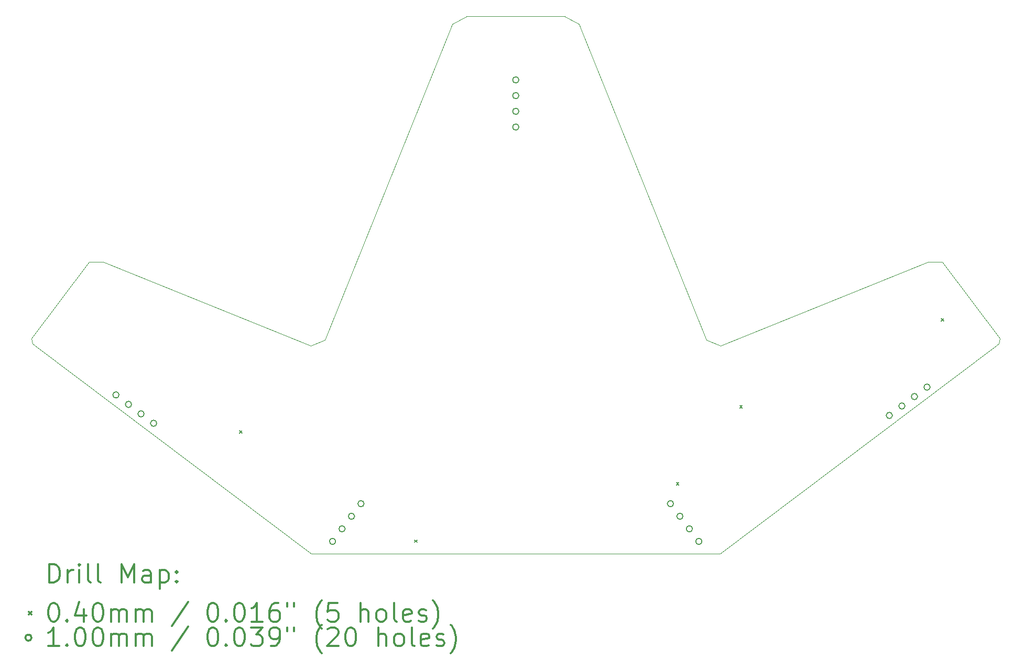
<source format=gbr>
%FSLAX45Y45*%
G04 Gerber Fmt 4.5, Leading zero omitted, Abs format (unit mm)*
G04 Created by KiCad (PCBNEW (5.1.4)-1) date 2023-10-04 20:40:59*
%MOMM*%
%LPD*%
G04 APERTURE LIST*
%ADD10C,0.050000*%
%ADD11C,0.200000*%
%ADD12C,0.300000*%
G04 APERTURE END LIST*
D10*
X-35603855Y-14106426D02*
X-28996818Y-14106426D01*
X-24572072Y-10776408D02*
X-28996818Y-14106426D01*
X-25637187Y-9394804D02*
X-28993593Y-10750880D01*
X-31250000Y-5620000D02*
X-29214897Y-10656942D01*
X-29214897Y-10656942D02*
X-28993593Y-10750880D01*
X-40028601Y-10776408D02*
X-35603855Y-14106426D01*
X-38963486Y-9394804D02*
X-35607080Y-10750880D01*
X-39190000Y-9395000D02*
X-38963486Y-9394804D01*
X-40028601Y-10776408D02*
X-40110000Y-10715000D01*
X-35385776Y-10656942D02*
X-35607080Y-10750880D01*
X-33350673Y-5620000D02*
X-33320673Y-5550000D01*
X-33320673Y-5550000D02*
X-33090673Y-5420000D01*
X-31250000Y-5620000D02*
X-31280000Y-5550000D01*
X-33090673Y-5420000D02*
X-32400673Y-5420000D01*
X-32400673Y-5420000D02*
X-32200000Y-5420000D01*
X-33350673Y-5620000D02*
X-35385776Y-10656942D01*
X-31280000Y-5550000D02*
X-31510000Y-5420000D01*
X-31510000Y-5420000D02*
X-32200000Y-5420000D01*
X-24572072Y-10776408D02*
X-24490673Y-10715000D01*
X-24480673Y-10630000D02*
X-24490673Y-10715000D01*
X-24480673Y-10630000D02*
X-25410673Y-9395000D01*
X-40120000Y-10630000D02*
X-39190000Y-9395000D01*
X-25410673Y-9395000D02*
X-25637187Y-9394804D01*
X-40120000Y-10630000D02*
X-40110000Y-10715000D01*
D11*
X-36762478Y-12122522D02*
X-36722478Y-12162522D01*
X-36722478Y-12122522D02*
X-36762478Y-12162522D01*
X-33935000Y-13885000D02*
X-33895000Y-13925000D01*
X-33895000Y-13885000D02*
X-33935000Y-13925000D01*
X-29705000Y-12960000D02*
X-29665000Y-13000000D01*
X-29665000Y-12960000D02*
X-29705000Y-13000000D01*
X-28680000Y-11715000D02*
X-28640000Y-11755000D01*
X-28640000Y-11715000D02*
X-28680000Y-11755000D01*
X-25425000Y-10310000D02*
X-25385000Y-10350000D01*
X-25385000Y-10310000D02*
X-25425000Y-10350000D01*
X-29750000Y-13300000D02*
G75*
G03X-29750000Y-13300000I-50000J0D01*
G01*
X-29597139Y-13502853D02*
G75*
G03X-29597139Y-13502853I-50000J0D01*
G01*
X-29444278Y-13705707D02*
G75*
G03X-29444278Y-13705707I-50000J0D01*
G01*
X-29291417Y-13908560D02*
G75*
G03X-29291417Y-13908560I-50000J0D01*
G01*
X-35208583Y-13908560D02*
G75*
G03X-35208583Y-13908560I-50000J0D01*
G01*
X-35055722Y-13705707D02*
G75*
G03X-35055722Y-13705707I-50000J0D01*
G01*
X-34902861Y-13502853D02*
G75*
G03X-34902861Y-13502853I-50000J0D01*
G01*
X-34750000Y-13300000D02*
G75*
G03X-34750000Y-13300000I-50000J0D01*
G01*
X-38708560Y-11541417D02*
G75*
G03X-38708560Y-11541417I-50000J0D01*
G01*
X-38505707Y-11694278D02*
G75*
G03X-38505707Y-11694278I-50000J0D01*
G01*
X-38302853Y-11847139D02*
G75*
G03X-38302853Y-11847139I-50000J0D01*
G01*
X-38100000Y-12000000D02*
G75*
G03X-38100000Y-12000000I-50000J0D01*
G01*
X-32250000Y-6450000D02*
G75*
G03X-32250000Y-6450000I-50000J0D01*
G01*
X-32250000Y-6704000D02*
G75*
G03X-32250000Y-6704000I-50000J0D01*
G01*
X-32250000Y-6958000D02*
G75*
G03X-32250000Y-6958000I-50000J0D01*
G01*
X-32250000Y-7212000D02*
G75*
G03X-32250000Y-7212000I-50000J0D01*
G01*
X-26213560Y-11873583D02*
G75*
G03X-26213560Y-11873583I-50000J0D01*
G01*
X-26010707Y-11720722D02*
G75*
G03X-26010707Y-11720722I-50000J0D01*
G01*
X-25807853Y-11567861D02*
G75*
G03X-25807853Y-11567861I-50000J0D01*
G01*
X-25605000Y-11415000D02*
G75*
G03X-25605000Y-11415000I-50000J0D01*
G01*
D12*
X-39836072Y-14574640D02*
X-39836072Y-14274640D01*
X-39764643Y-14274640D01*
X-39721786Y-14288926D01*
X-39693214Y-14317497D01*
X-39678929Y-14346069D01*
X-39664643Y-14403212D01*
X-39664643Y-14446069D01*
X-39678929Y-14503212D01*
X-39693214Y-14531783D01*
X-39721786Y-14560354D01*
X-39764643Y-14574640D01*
X-39836072Y-14574640D01*
X-39536072Y-14574640D02*
X-39536072Y-14374640D01*
X-39536072Y-14431783D02*
X-39521786Y-14403212D01*
X-39507500Y-14388926D01*
X-39478929Y-14374640D01*
X-39450357Y-14374640D01*
X-39350357Y-14574640D02*
X-39350357Y-14374640D01*
X-39350357Y-14274640D02*
X-39364643Y-14288926D01*
X-39350357Y-14303212D01*
X-39336072Y-14288926D01*
X-39350357Y-14274640D01*
X-39350357Y-14303212D01*
X-39164643Y-14574640D02*
X-39193214Y-14560354D01*
X-39207500Y-14531783D01*
X-39207500Y-14274640D01*
X-39007500Y-14574640D02*
X-39036072Y-14560354D01*
X-39050357Y-14531783D01*
X-39050357Y-14274640D01*
X-38664643Y-14574640D02*
X-38664643Y-14274640D01*
X-38564643Y-14488926D01*
X-38464643Y-14274640D01*
X-38464643Y-14574640D01*
X-38193214Y-14574640D02*
X-38193214Y-14417497D01*
X-38207500Y-14388926D01*
X-38236072Y-14374640D01*
X-38293214Y-14374640D01*
X-38321786Y-14388926D01*
X-38193214Y-14560354D02*
X-38221786Y-14574640D01*
X-38293214Y-14574640D01*
X-38321786Y-14560354D01*
X-38336072Y-14531783D01*
X-38336072Y-14503212D01*
X-38321786Y-14474640D01*
X-38293214Y-14460354D01*
X-38221786Y-14460354D01*
X-38193214Y-14446069D01*
X-38050357Y-14374640D02*
X-38050357Y-14674640D01*
X-38050357Y-14388926D02*
X-38021786Y-14374640D01*
X-37964643Y-14374640D01*
X-37936072Y-14388926D01*
X-37921786Y-14403212D01*
X-37907500Y-14431783D01*
X-37907500Y-14517497D01*
X-37921786Y-14546069D01*
X-37936072Y-14560354D01*
X-37964643Y-14574640D01*
X-38021786Y-14574640D01*
X-38050357Y-14560354D01*
X-37778929Y-14546069D02*
X-37764643Y-14560354D01*
X-37778929Y-14574640D01*
X-37793214Y-14560354D01*
X-37778929Y-14546069D01*
X-37778929Y-14574640D01*
X-37778929Y-14388926D02*
X-37764643Y-14403212D01*
X-37778929Y-14417497D01*
X-37793214Y-14403212D01*
X-37778929Y-14388926D01*
X-37778929Y-14417497D01*
X-40162500Y-15048926D02*
X-40122500Y-15088926D01*
X-40122500Y-15048926D02*
X-40162500Y-15088926D01*
X-39778929Y-14904640D02*
X-39750357Y-14904640D01*
X-39721786Y-14918926D01*
X-39707500Y-14933212D01*
X-39693214Y-14961783D01*
X-39678929Y-15018926D01*
X-39678929Y-15090354D01*
X-39693214Y-15147497D01*
X-39707500Y-15176069D01*
X-39721786Y-15190354D01*
X-39750357Y-15204640D01*
X-39778929Y-15204640D01*
X-39807500Y-15190354D01*
X-39821786Y-15176069D01*
X-39836072Y-15147497D01*
X-39850357Y-15090354D01*
X-39850357Y-15018926D01*
X-39836072Y-14961783D01*
X-39821786Y-14933212D01*
X-39807500Y-14918926D01*
X-39778929Y-14904640D01*
X-39550357Y-15176069D02*
X-39536072Y-15190354D01*
X-39550357Y-15204640D01*
X-39564643Y-15190354D01*
X-39550357Y-15176069D01*
X-39550357Y-15204640D01*
X-39278929Y-15004640D02*
X-39278929Y-15204640D01*
X-39350357Y-14890354D02*
X-39421786Y-15104640D01*
X-39236072Y-15104640D01*
X-39064643Y-14904640D02*
X-39036072Y-14904640D01*
X-39007500Y-14918926D01*
X-38993214Y-14933212D01*
X-38978929Y-14961783D01*
X-38964643Y-15018926D01*
X-38964643Y-15090354D01*
X-38978929Y-15147497D01*
X-38993214Y-15176069D01*
X-39007500Y-15190354D01*
X-39036072Y-15204640D01*
X-39064643Y-15204640D01*
X-39093214Y-15190354D01*
X-39107500Y-15176069D01*
X-39121786Y-15147497D01*
X-39136072Y-15090354D01*
X-39136072Y-15018926D01*
X-39121786Y-14961783D01*
X-39107500Y-14933212D01*
X-39093214Y-14918926D01*
X-39064643Y-14904640D01*
X-38836072Y-15204640D02*
X-38836072Y-15004640D01*
X-38836072Y-15033212D02*
X-38821786Y-15018926D01*
X-38793214Y-15004640D01*
X-38750357Y-15004640D01*
X-38721786Y-15018926D01*
X-38707500Y-15047497D01*
X-38707500Y-15204640D01*
X-38707500Y-15047497D02*
X-38693214Y-15018926D01*
X-38664643Y-15004640D01*
X-38621786Y-15004640D01*
X-38593214Y-15018926D01*
X-38578929Y-15047497D01*
X-38578929Y-15204640D01*
X-38436072Y-15204640D02*
X-38436072Y-15004640D01*
X-38436072Y-15033212D02*
X-38421786Y-15018926D01*
X-38393214Y-15004640D01*
X-38350357Y-15004640D01*
X-38321786Y-15018926D01*
X-38307500Y-15047497D01*
X-38307500Y-15204640D01*
X-38307500Y-15047497D02*
X-38293214Y-15018926D01*
X-38264643Y-15004640D01*
X-38221786Y-15004640D01*
X-38193214Y-15018926D01*
X-38178929Y-15047497D01*
X-38178929Y-15204640D01*
X-37593214Y-14890354D02*
X-37850357Y-15276069D01*
X-37207500Y-14904640D02*
X-37178929Y-14904640D01*
X-37150357Y-14918926D01*
X-37136072Y-14933212D01*
X-37121786Y-14961783D01*
X-37107500Y-15018926D01*
X-37107500Y-15090354D01*
X-37121786Y-15147497D01*
X-37136072Y-15176069D01*
X-37150357Y-15190354D01*
X-37178929Y-15204640D01*
X-37207500Y-15204640D01*
X-37236072Y-15190354D01*
X-37250357Y-15176069D01*
X-37264643Y-15147497D01*
X-37278929Y-15090354D01*
X-37278929Y-15018926D01*
X-37264643Y-14961783D01*
X-37250357Y-14933212D01*
X-37236072Y-14918926D01*
X-37207500Y-14904640D01*
X-36978929Y-15176069D02*
X-36964643Y-15190354D01*
X-36978929Y-15204640D01*
X-36993214Y-15190354D01*
X-36978929Y-15176069D01*
X-36978929Y-15204640D01*
X-36778929Y-14904640D02*
X-36750357Y-14904640D01*
X-36721786Y-14918926D01*
X-36707500Y-14933212D01*
X-36693214Y-14961783D01*
X-36678929Y-15018926D01*
X-36678929Y-15090354D01*
X-36693214Y-15147497D01*
X-36707500Y-15176069D01*
X-36721786Y-15190354D01*
X-36750357Y-15204640D01*
X-36778929Y-15204640D01*
X-36807500Y-15190354D01*
X-36821786Y-15176069D01*
X-36836072Y-15147497D01*
X-36850357Y-15090354D01*
X-36850357Y-15018926D01*
X-36836072Y-14961783D01*
X-36821786Y-14933212D01*
X-36807500Y-14918926D01*
X-36778929Y-14904640D01*
X-36393214Y-15204640D02*
X-36564643Y-15204640D01*
X-36478929Y-15204640D02*
X-36478929Y-14904640D01*
X-36507500Y-14947497D01*
X-36536072Y-14976069D01*
X-36564643Y-14990354D01*
X-36136072Y-14904640D02*
X-36193214Y-14904640D01*
X-36221786Y-14918926D01*
X-36236072Y-14933212D01*
X-36264643Y-14976069D01*
X-36278929Y-15033212D01*
X-36278929Y-15147497D01*
X-36264643Y-15176069D01*
X-36250357Y-15190354D01*
X-36221786Y-15204640D01*
X-36164643Y-15204640D01*
X-36136072Y-15190354D01*
X-36121786Y-15176069D01*
X-36107500Y-15147497D01*
X-36107500Y-15076069D01*
X-36121786Y-15047497D01*
X-36136072Y-15033212D01*
X-36164643Y-15018926D01*
X-36221786Y-15018926D01*
X-36250357Y-15033212D01*
X-36264643Y-15047497D01*
X-36278929Y-15076069D01*
X-35993214Y-14904640D02*
X-35993214Y-14961783D01*
X-35878929Y-14904640D02*
X-35878929Y-14961783D01*
X-35436072Y-15318926D02*
X-35450357Y-15304640D01*
X-35478929Y-15261783D01*
X-35493214Y-15233212D01*
X-35507500Y-15190354D01*
X-35521786Y-15118926D01*
X-35521786Y-15061783D01*
X-35507500Y-14990354D01*
X-35493214Y-14947497D01*
X-35478929Y-14918926D01*
X-35450357Y-14876069D01*
X-35436072Y-14861783D01*
X-35178929Y-14904640D02*
X-35321786Y-14904640D01*
X-35336072Y-15047497D01*
X-35321786Y-15033212D01*
X-35293214Y-15018926D01*
X-35221786Y-15018926D01*
X-35193214Y-15033212D01*
X-35178929Y-15047497D01*
X-35164643Y-15076069D01*
X-35164643Y-15147497D01*
X-35178929Y-15176069D01*
X-35193214Y-15190354D01*
X-35221786Y-15204640D01*
X-35293214Y-15204640D01*
X-35321786Y-15190354D01*
X-35336072Y-15176069D01*
X-34807500Y-15204640D02*
X-34807500Y-14904640D01*
X-34678929Y-15204640D02*
X-34678929Y-15047497D01*
X-34693214Y-15018926D01*
X-34721786Y-15004640D01*
X-34764643Y-15004640D01*
X-34793214Y-15018926D01*
X-34807500Y-15033212D01*
X-34493214Y-15204640D02*
X-34521786Y-15190354D01*
X-34536072Y-15176069D01*
X-34550357Y-15147497D01*
X-34550357Y-15061783D01*
X-34536072Y-15033212D01*
X-34521786Y-15018926D01*
X-34493214Y-15004640D01*
X-34450357Y-15004640D01*
X-34421786Y-15018926D01*
X-34407500Y-15033212D01*
X-34393214Y-15061783D01*
X-34393214Y-15147497D01*
X-34407500Y-15176069D01*
X-34421786Y-15190354D01*
X-34450357Y-15204640D01*
X-34493214Y-15204640D01*
X-34221786Y-15204640D02*
X-34250357Y-15190354D01*
X-34264643Y-15161783D01*
X-34264643Y-14904640D01*
X-33993214Y-15190354D02*
X-34021786Y-15204640D01*
X-34078929Y-15204640D01*
X-34107500Y-15190354D01*
X-34121786Y-15161783D01*
X-34121786Y-15047497D01*
X-34107500Y-15018926D01*
X-34078929Y-15004640D01*
X-34021786Y-15004640D01*
X-33993214Y-15018926D01*
X-33978929Y-15047497D01*
X-33978929Y-15076069D01*
X-34121786Y-15104640D01*
X-33864643Y-15190354D02*
X-33836072Y-15204640D01*
X-33778929Y-15204640D01*
X-33750357Y-15190354D01*
X-33736072Y-15161783D01*
X-33736072Y-15147497D01*
X-33750357Y-15118926D01*
X-33778929Y-15104640D01*
X-33821786Y-15104640D01*
X-33850357Y-15090354D01*
X-33864643Y-15061783D01*
X-33864643Y-15047497D01*
X-33850357Y-15018926D01*
X-33821786Y-15004640D01*
X-33778929Y-15004640D01*
X-33750357Y-15018926D01*
X-33636072Y-15318926D02*
X-33621786Y-15304640D01*
X-33593214Y-15261783D01*
X-33578929Y-15233212D01*
X-33564643Y-15190354D01*
X-33550357Y-15118926D01*
X-33550357Y-15061783D01*
X-33564643Y-14990354D01*
X-33578929Y-14947497D01*
X-33593214Y-14918926D01*
X-33621786Y-14876069D01*
X-33636072Y-14861783D01*
X-40122500Y-15464926D02*
G75*
G03X-40122500Y-15464926I-50000J0D01*
G01*
X-39678929Y-15600640D02*
X-39850357Y-15600640D01*
X-39764643Y-15600640D02*
X-39764643Y-15300640D01*
X-39793214Y-15343497D01*
X-39821786Y-15372069D01*
X-39850357Y-15386354D01*
X-39550357Y-15572069D02*
X-39536072Y-15586354D01*
X-39550357Y-15600640D01*
X-39564643Y-15586354D01*
X-39550357Y-15572069D01*
X-39550357Y-15600640D01*
X-39350357Y-15300640D02*
X-39321786Y-15300640D01*
X-39293214Y-15314926D01*
X-39278929Y-15329212D01*
X-39264643Y-15357783D01*
X-39250357Y-15414926D01*
X-39250357Y-15486354D01*
X-39264643Y-15543497D01*
X-39278929Y-15572069D01*
X-39293214Y-15586354D01*
X-39321786Y-15600640D01*
X-39350357Y-15600640D01*
X-39378929Y-15586354D01*
X-39393214Y-15572069D01*
X-39407500Y-15543497D01*
X-39421786Y-15486354D01*
X-39421786Y-15414926D01*
X-39407500Y-15357783D01*
X-39393214Y-15329212D01*
X-39378929Y-15314926D01*
X-39350357Y-15300640D01*
X-39064643Y-15300640D02*
X-39036072Y-15300640D01*
X-39007500Y-15314926D01*
X-38993214Y-15329212D01*
X-38978929Y-15357783D01*
X-38964643Y-15414926D01*
X-38964643Y-15486354D01*
X-38978929Y-15543497D01*
X-38993214Y-15572069D01*
X-39007500Y-15586354D01*
X-39036072Y-15600640D01*
X-39064643Y-15600640D01*
X-39093214Y-15586354D01*
X-39107500Y-15572069D01*
X-39121786Y-15543497D01*
X-39136072Y-15486354D01*
X-39136072Y-15414926D01*
X-39121786Y-15357783D01*
X-39107500Y-15329212D01*
X-39093214Y-15314926D01*
X-39064643Y-15300640D01*
X-38836072Y-15600640D02*
X-38836072Y-15400640D01*
X-38836072Y-15429212D02*
X-38821786Y-15414926D01*
X-38793214Y-15400640D01*
X-38750357Y-15400640D01*
X-38721786Y-15414926D01*
X-38707500Y-15443497D01*
X-38707500Y-15600640D01*
X-38707500Y-15443497D02*
X-38693214Y-15414926D01*
X-38664643Y-15400640D01*
X-38621786Y-15400640D01*
X-38593214Y-15414926D01*
X-38578929Y-15443497D01*
X-38578929Y-15600640D01*
X-38436072Y-15600640D02*
X-38436072Y-15400640D01*
X-38436072Y-15429212D02*
X-38421786Y-15414926D01*
X-38393214Y-15400640D01*
X-38350357Y-15400640D01*
X-38321786Y-15414926D01*
X-38307500Y-15443497D01*
X-38307500Y-15600640D01*
X-38307500Y-15443497D02*
X-38293214Y-15414926D01*
X-38264643Y-15400640D01*
X-38221786Y-15400640D01*
X-38193214Y-15414926D01*
X-38178929Y-15443497D01*
X-38178929Y-15600640D01*
X-37593214Y-15286354D02*
X-37850357Y-15672069D01*
X-37207500Y-15300640D02*
X-37178929Y-15300640D01*
X-37150357Y-15314926D01*
X-37136072Y-15329212D01*
X-37121786Y-15357783D01*
X-37107500Y-15414926D01*
X-37107500Y-15486354D01*
X-37121786Y-15543497D01*
X-37136072Y-15572069D01*
X-37150357Y-15586354D01*
X-37178929Y-15600640D01*
X-37207500Y-15600640D01*
X-37236072Y-15586354D01*
X-37250357Y-15572069D01*
X-37264643Y-15543497D01*
X-37278929Y-15486354D01*
X-37278929Y-15414926D01*
X-37264643Y-15357783D01*
X-37250357Y-15329212D01*
X-37236072Y-15314926D01*
X-37207500Y-15300640D01*
X-36978929Y-15572069D02*
X-36964643Y-15586354D01*
X-36978929Y-15600640D01*
X-36993214Y-15586354D01*
X-36978929Y-15572069D01*
X-36978929Y-15600640D01*
X-36778929Y-15300640D02*
X-36750357Y-15300640D01*
X-36721786Y-15314926D01*
X-36707500Y-15329212D01*
X-36693214Y-15357783D01*
X-36678929Y-15414926D01*
X-36678929Y-15486354D01*
X-36693214Y-15543497D01*
X-36707500Y-15572069D01*
X-36721786Y-15586354D01*
X-36750357Y-15600640D01*
X-36778929Y-15600640D01*
X-36807500Y-15586354D01*
X-36821786Y-15572069D01*
X-36836072Y-15543497D01*
X-36850357Y-15486354D01*
X-36850357Y-15414926D01*
X-36836072Y-15357783D01*
X-36821786Y-15329212D01*
X-36807500Y-15314926D01*
X-36778929Y-15300640D01*
X-36578929Y-15300640D02*
X-36393214Y-15300640D01*
X-36493214Y-15414926D01*
X-36450357Y-15414926D01*
X-36421786Y-15429212D01*
X-36407500Y-15443497D01*
X-36393214Y-15472069D01*
X-36393214Y-15543497D01*
X-36407500Y-15572069D01*
X-36421786Y-15586354D01*
X-36450357Y-15600640D01*
X-36536072Y-15600640D01*
X-36564643Y-15586354D01*
X-36578929Y-15572069D01*
X-36250357Y-15600640D02*
X-36193214Y-15600640D01*
X-36164643Y-15586354D01*
X-36150357Y-15572069D01*
X-36121786Y-15529212D01*
X-36107500Y-15472069D01*
X-36107500Y-15357783D01*
X-36121786Y-15329212D01*
X-36136072Y-15314926D01*
X-36164643Y-15300640D01*
X-36221786Y-15300640D01*
X-36250357Y-15314926D01*
X-36264643Y-15329212D01*
X-36278929Y-15357783D01*
X-36278929Y-15429212D01*
X-36264643Y-15457783D01*
X-36250357Y-15472069D01*
X-36221786Y-15486354D01*
X-36164643Y-15486354D01*
X-36136072Y-15472069D01*
X-36121786Y-15457783D01*
X-36107500Y-15429212D01*
X-35993214Y-15300640D02*
X-35993214Y-15357783D01*
X-35878929Y-15300640D02*
X-35878929Y-15357783D01*
X-35436072Y-15714926D02*
X-35450357Y-15700640D01*
X-35478929Y-15657783D01*
X-35493214Y-15629212D01*
X-35507500Y-15586354D01*
X-35521786Y-15514926D01*
X-35521786Y-15457783D01*
X-35507500Y-15386354D01*
X-35493214Y-15343497D01*
X-35478929Y-15314926D01*
X-35450357Y-15272069D01*
X-35436072Y-15257783D01*
X-35336072Y-15329212D02*
X-35321786Y-15314926D01*
X-35293214Y-15300640D01*
X-35221786Y-15300640D01*
X-35193214Y-15314926D01*
X-35178929Y-15329212D01*
X-35164643Y-15357783D01*
X-35164643Y-15386354D01*
X-35178929Y-15429212D01*
X-35350357Y-15600640D01*
X-35164643Y-15600640D01*
X-34978929Y-15300640D02*
X-34950357Y-15300640D01*
X-34921786Y-15314926D01*
X-34907500Y-15329212D01*
X-34893214Y-15357783D01*
X-34878929Y-15414926D01*
X-34878929Y-15486354D01*
X-34893214Y-15543497D01*
X-34907500Y-15572069D01*
X-34921786Y-15586354D01*
X-34950357Y-15600640D01*
X-34978929Y-15600640D01*
X-35007500Y-15586354D01*
X-35021786Y-15572069D01*
X-35036072Y-15543497D01*
X-35050357Y-15486354D01*
X-35050357Y-15414926D01*
X-35036072Y-15357783D01*
X-35021786Y-15329212D01*
X-35007500Y-15314926D01*
X-34978929Y-15300640D01*
X-34521786Y-15600640D02*
X-34521786Y-15300640D01*
X-34393214Y-15600640D02*
X-34393214Y-15443497D01*
X-34407500Y-15414926D01*
X-34436072Y-15400640D01*
X-34478929Y-15400640D01*
X-34507500Y-15414926D01*
X-34521786Y-15429212D01*
X-34207500Y-15600640D02*
X-34236072Y-15586354D01*
X-34250357Y-15572069D01*
X-34264643Y-15543497D01*
X-34264643Y-15457783D01*
X-34250357Y-15429212D01*
X-34236072Y-15414926D01*
X-34207500Y-15400640D01*
X-34164643Y-15400640D01*
X-34136072Y-15414926D01*
X-34121786Y-15429212D01*
X-34107500Y-15457783D01*
X-34107500Y-15543497D01*
X-34121786Y-15572069D01*
X-34136072Y-15586354D01*
X-34164643Y-15600640D01*
X-34207500Y-15600640D01*
X-33936072Y-15600640D02*
X-33964643Y-15586354D01*
X-33978929Y-15557783D01*
X-33978929Y-15300640D01*
X-33707500Y-15586354D02*
X-33736072Y-15600640D01*
X-33793214Y-15600640D01*
X-33821786Y-15586354D01*
X-33836072Y-15557783D01*
X-33836072Y-15443497D01*
X-33821786Y-15414926D01*
X-33793214Y-15400640D01*
X-33736072Y-15400640D01*
X-33707500Y-15414926D01*
X-33693214Y-15443497D01*
X-33693214Y-15472069D01*
X-33836072Y-15500640D01*
X-33578929Y-15586354D02*
X-33550357Y-15600640D01*
X-33493214Y-15600640D01*
X-33464643Y-15586354D01*
X-33450357Y-15557783D01*
X-33450357Y-15543497D01*
X-33464643Y-15514926D01*
X-33493214Y-15500640D01*
X-33536071Y-15500640D01*
X-33564643Y-15486354D01*
X-33578929Y-15457783D01*
X-33578929Y-15443497D01*
X-33564643Y-15414926D01*
X-33536071Y-15400640D01*
X-33493214Y-15400640D01*
X-33464643Y-15414926D01*
X-33350357Y-15714926D02*
X-33336071Y-15700640D01*
X-33307500Y-15657783D01*
X-33293214Y-15629212D01*
X-33278929Y-15586354D01*
X-33264643Y-15514926D01*
X-33264643Y-15457783D01*
X-33278929Y-15386354D01*
X-33293214Y-15343497D01*
X-33307500Y-15314926D01*
X-33336071Y-15272069D01*
X-33350357Y-15257783D01*
M02*

</source>
